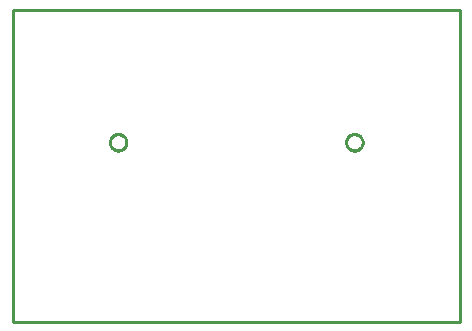
<source format=gbr>
G04 EAGLE Gerber RS-274X export*
G75*
%MOMM*%
%FSLAX34Y34*%
%LPD*%
%IN*%
%IPPOS*%
%AMOC8*
5,1,8,0,0,1.08239X$1,22.5*%
G01*
%ADD10C,0.254000*%


D10*
X-189230Y-152146D02*
X189230Y-152146D01*
X189230Y112014D01*
X-189230Y112014D01*
X-189230Y-152146D01*
X93000Y-664D02*
X93067Y-1348D01*
X93202Y-2023D01*
X93401Y-2681D01*
X93664Y-3317D01*
X93989Y-3923D01*
X94371Y-4495D01*
X94807Y-5027D01*
X95293Y-5513D01*
X95825Y-5949D01*
X96397Y-6331D01*
X97004Y-6656D01*
X97639Y-6919D01*
X98297Y-7118D01*
X98972Y-7253D01*
X99656Y-7320D01*
X100344Y-7320D01*
X101028Y-7253D01*
X101703Y-7118D01*
X102361Y-6919D01*
X102997Y-6656D01*
X103603Y-6331D01*
X104175Y-5949D01*
X104707Y-5513D01*
X105193Y-5027D01*
X105629Y-4495D01*
X106011Y-3923D01*
X106336Y-3317D01*
X106599Y-2681D01*
X106798Y-2023D01*
X106933Y-1348D01*
X107000Y-664D01*
X107000Y24D01*
X106933Y708D01*
X106798Y1383D01*
X106599Y2041D01*
X106336Y2677D01*
X106011Y3283D01*
X105629Y3855D01*
X105193Y4387D01*
X104707Y4873D01*
X104175Y5309D01*
X103603Y5691D01*
X102997Y6016D01*
X102361Y6279D01*
X101703Y6478D01*
X101028Y6613D01*
X100344Y6680D01*
X99656Y6680D01*
X98972Y6613D01*
X98297Y6478D01*
X97639Y6279D01*
X97004Y6016D01*
X96397Y5691D01*
X95825Y5309D01*
X95293Y4873D01*
X94807Y4387D01*
X94371Y3855D01*
X93989Y3283D01*
X93664Y2677D01*
X93401Y2041D01*
X93202Y1383D01*
X93067Y708D01*
X93000Y24D01*
X93000Y-664D01*
X-107000Y-664D02*
X-106933Y-1348D01*
X-106798Y-2023D01*
X-106599Y-2681D01*
X-106336Y-3317D01*
X-106011Y-3923D01*
X-105629Y-4495D01*
X-105193Y-5027D01*
X-104707Y-5513D01*
X-104175Y-5949D01*
X-103603Y-6331D01*
X-102997Y-6656D01*
X-102361Y-6919D01*
X-101703Y-7118D01*
X-101028Y-7253D01*
X-100344Y-7320D01*
X-99656Y-7320D01*
X-98972Y-7253D01*
X-98297Y-7118D01*
X-97639Y-6919D01*
X-97004Y-6656D01*
X-96397Y-6331D01*
X-95825Y-5949D01*
X-95293Y-5513D01*
X-94807Y-5027D01*
X-94371Y-4495D01*
X-93989Y-3923D01*
X-93664Y-3317D01*
X-93401Y-2681D01*
X-93202Y-2023D01*
X-93067Y-1348D01*
X-93000Y-664D01*
X-93000Y24D01*
X-93067Y708D01*
X-93202Y1383D01*
X-93401Y2041D01*
X-93664Y2677D01*
X-93989Y3283D01*
X-94371Y3855D01*
X-94807Y4387D01*
X-95293Y4873D01*
X-95825Y5309D01*
X-96397Y5691D01*
X-97004Y6016D01*
X-97639Y6279D01*
X-98297Y6478D01*
X-98972Y6613D01*
X-99656Y6680D01*
X-100344Y6680D01*
X-101028Y6613D01*
X-101703Y6478D01*
X-102361Y6279D01*
X-102997Y6016D01*
X-103603Y5691D01*
X-104175Y5309D01*
X-104707Y4873D01*
X-105193Y4387D01*
X-105629Y3855D01*
X-106011Y3283D01*
X-106336Y2677D01*
X-106599Y2041D01*
X-106798Y1383D01*
X-106933Y708D01*
X-107000Y24D01*
X-107000Y-664D01*
M02*

</source>
